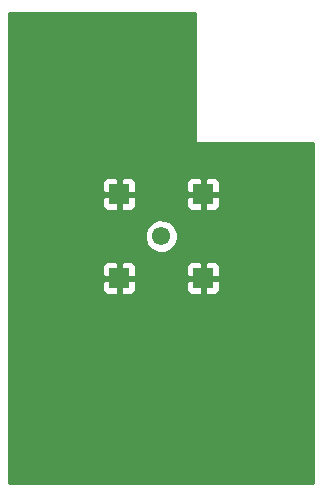
<source format=gbr>
G04 #@! TF.FileFunction,Copper,L2,Bot,Signal*
%FSLAX46Y46*%
G04 Gerber Fmt 4.6, Leading zero omitted, Abs format (unit mm)*
G04 Created by KiCad (PCBNEW 4.0.5) date 05/07/17 16:04:07*
%MOMM*%
%LPD*%
%LN915 Chip Antenna-B.Cu*%
%FSLAX25Y25*%
%MOIN*%
%AD*%
%AD*%
%ADD11C,0.039370079*%
%ADD12C,0.029559055*%
%ADD13R,0.065X0.065*%
%ADD14C,0.061023622*%
%ADD15C,0.01*%
G54D11*
%SRX1Y1I0.0J0.0*%
G1X574803Y-352457D3*
G54D12*
G1X576000Y-302000D3*
G1X571000Y-302000D3*
G54D11*
G1X613000Y-346000D3*
G1X606299Y-346457D3*
G1X582677Y-346457D3*
G1X598425Y-346457D3*
G1X590551Y-346457D3*
G1X574803Y-330709D3*
G1X574803Y-338583D3*
G1X574803Y-346457D3*
G1X574803Y-322835D3*
G1X574803Y-314961D3*
G1X570866Y-389764D3*
G1X562992Y-389764D3*
G1X582677Y-370079D3*
G1X582677Y-377953D3*
G1X551181Y-377953D3*
G1X551181Y-370079D3*
G1X551181Y-350394D3*
G1X559055Y-311024D3*
G1X559055Y-318898D3*
G1X559055Y-326772D3*
G1X559055Y-350394D3*
G1X559055Y-342520D3*
G1X559055Y-334646D3*
G1X559055Y-303150D3*
G1X543307Y-303150D3*
G1X551181Y-303150D3*
G1X535433Y-303150D3*
G1X527559Y-303150D3*
G1X614173Y-358268D3*
G1X614000Y-352000D3*
G1X614173Y-397638D3*
G1X614173Y-405512D3*
G1X614173Y-413386D3*
G1X614173Y-421260D3*
G1X614173Y-389764D3*
G1X614173Y-381890D3*
G1X614173Y-374016D3*
G1X614173Y-366142D3*
G1X614173Y-444882D3*
G1X614173Y-437008D3*
G1X614173Y-429134D3*
G1X614173Y-452756D3*
G1X598425Y-452756D3*
G1X606299Y-452756D3*
G1X590551Y-452756D3*
G1X582677Y-452756D3*
G1X551181Y-452756D3*
G1X559055Y-452756D3*
G1X574803Y-452756D3*
G1X566929Y-452756D3*
G1X535433Y-452756D3*
G1X543307Y-452756D3*
G1X527559Y-452756D3*
G1X519685Y-429134D3*
G1X519685Y-437008D3*
G1X519685Y-444882D3*
G1X519685Y-452756D3*
G1X519685Y-366142D3*
G1X519685Y-374016D3*
G1X519685Y-381890D3*
G1X519685Y-389764D3*
G1X519685Y-421260D3*
G1X519685Y-413386D3*
G1X519685Y-405512D3*
G1X519685Y-397638D3*
G1X519685Y-334646D3*
G1X519685Y-342520D3*
G1X519685Y-350394D3*
G1X519685Y-358268D3*
G1X519685Y-326772D3*
G1X519685Y-318898D3*
G1X519685Y-311024D3*
G54D13*
G1X580929Y-388016D3*
G1X552929Y-360016D3*
G1X552929Y-388016D3*
G1X580929Y-360016D3*
G54D14*
G1X566929Y-374016D3*
G54D11*
G1X519685Y-303150D3*
G54D12*
G1X565000Y-302000D3*
G54D15*
G36*
G1X516248Y-391141D2*
G1X516248Y-456193D1*
G1X617610Y-456193D1*
G1X617610Y-391141D1*
G1X586679Y-391141D1*
G1X586679Y-391763D1*
G1X586299Y-392682D1*
G1X585595Y-393385D1*
G1X584676Y-393766D1*
G1X582054Y-393766D1*
G1X581429Y-393141D1*
G1X581429Y-391141D1*
G1X580429Y-391141D1*
G1X580429Y-393141D1*
G1X579804Y-393766D1*
G1X577182Y-393766D1*
G1X576263Y-393385D1*
G1X575560Y-392682D1*
G1X575179Y-391763D1*
G1X575179Y-391141D1*
G1X558679Y-391141D1*
G1X558679Y-391763D1*
G1X558299Y-392682D1*
G1X557595Y-393385D1*
G1X556676Y-393766D1*
G1X554054Y-393766D1*
G1X553429Y-393141D1*
G1X553429Y-391141D1*
G1X552429Y-391141D1*
G1X552429Y-393141D1*
G1X551804Y-393766D1*
G1X549182Y-393766D1*
G1X548263Y-393385D1*
G1X547560Y-392682D1*
G1X547179Y-391763D1*
G1X547179Y-391141D1*
G1X516248Y-391141D1*
G37*
G36*
G1X516248Y-384891D2*
G1X516248Y-391141D1*
G1X547179Y-391141D1*
G1X547179Y-389141D1*
G1X547804Y-388516D1*
G1X552429Y-388516D1*
G1X552429Y-391141D1*
G1X553429Y-391141D1*
G1X553429Y-388516D1*
G1X558054Y-388516D1*
G1X558679Y-389141D1*
G1X558679Y-391141D1*
G1X575179Y-391141D1*
G1X575179Y-389141D1*
G1X575804Y-388516D1*
G1X580429Y-388516D1*
G1X580429Y-391141D1*
G1X581429Y-391141D1*
G1X581429Y-388516D1*
G1X586054Y-388516D1*
G1X586679Y-389141D1*
G1X586679Y-391141D1*
G1X617610Y-391141D1*
G1X617610Y-384891D1*
G1X586679Y-384891D1*
G1X586679Y-386891D1*
G1X586054Y-387516D1*
G1X581429Y-387516D1*
G1X581429Y-384891D1*
G1X580429Y-384891D1*
G1X580429Y-387516D1*
G1X575804Y-387516D1*
G1X575179Y-386891D1*
G1X575179Y-384891D1*
G1X558679Y-384891D1*
G1X558679Y-386891D1*
G1X558054Y-387516D1*
G1X553429Y-387516D1*
G1X553429Y-384891D1*
G1X552429Y-384891D1*
G1X552429Y-387516D1*
G1X547804Y-387516D1*
G1X547179Y-386891D1*
G1X547179Y-384891D1*
G1X516248Y-384891D1*
G37*
G36*
G1X516248Y-384891D2*
G1X547179Y-384891D1*
G1X547179Y-384268D1*
G1X547560Y-383350D1*
G1X548263Y-382646D1*
G1X549182Y-382266D1*
G1X551804Y-382266D1*
G1X552429Y-382891D1*
G1X552429Y-384891D1*
G1X553429Y-384891D1*
G1X553429Y-382891D1*
G1X554054Y-382266D1*
G1X556676Y-382266D1*
G1X557595Y-382646D1*
G1X558299Y-383350D1*
G1X558679Y-384268D1*
G1X558679Y-384891D1*
G1X575179Y-384891D1*
G1X575179Y-384268D1*
G1X575560Y-383350D1*
G1X576263Y-382646D1*
G1X577182Y-382266D1*
G1X579804Y-382266D1*
G1X580429Y-382891D1*
G1X580429Y-384891D1*
G1X581429Y-384891D1*
G1X581429Y-382891D1*
G1X582054Y-382266D1*
G1X584676Y-382266D1*
G1X585595Y-382646D1*
G1X586299Y-383350D1*
G1X586679Y-384268D1*
G1X586679Y-384891D1*
G1X617610Y-384891D1*
G1X617610Y-374016D1*
G1X572480Y-374016D1*
G1X572479Y-375125D1*
G1X571632Y-377164D1*
G1X570070Y-378725D1*
G1X568029Y-379568D1*
G1X565820Y-379566D1*
G1X563781Y-378719D1*
G1X562220Y-377156D1*
G1X561377Y-375115D1*
G1X561378Y-374016D1*
G1X516248Y-374016D1*
G1X516248Y-384891D1*
G37*
G36*
G1X516248Y-374016D2*
G1X561378Y-374016D1*
G1X561379Y-372907D1*
G1X562226Y-370867D1*
G1X563789Y-369307D1*
G1X565830Y-368464D1*
G1X568038Y-368466D1*
G1X570078Y-369312D1*
G1X571638Y-370875D1*
G1X572481Y-372916D1*
G1X572480Y-374016D1*
G1X617610Y-374016D1*
G1X617610Y-363141D1*
G1X586679Y-363141D1*
G1X586679Y-363763D1*
G1X586299Y-364682D1*
G1X585595Y-365385D1*
G1X584676Y-365766D1*
G1X582054Y-365766D1*
G1X581429Y-365141D1*
G1X581429Y-363141D1*
G1X580429Y-363141D1*
G1X580429Y-365141D1*
G1X579804Y-365766D1*
G1X577182Y-365766D1*
G1X576263Y-365385D1*
G1X575560Y-364682D1*
G1X575179Y-363763D1*
G1X575179Y-363141D1*
G1X558679Y-363141D1*
G1X558679Y-363763D1*
G1X558299Y-364682D1*
G1X557595Y-365385D1*
G1X556676Y-365766D1*
G1X554054Y-365766D1*
G1X553429Y-365141D1*
G1X553429Y-363141D1*
G1X552429Y-363141D1*
G1X552429Y-365141D1*
G1X551804Y-365766D1*
G1X549182Y-365766D1*
G1X548263Y-365385D1*
G1X547560Y-364682D1*
G1X547179Y-363763D1*
G1X547179Y-363141D1*
G1X516248Y-363141D1*
G1X516248Y-374016D1*
G37*
G36*
G1X516248Y-356891D2*
G1X516248Y-363141D1*
G1X547179Y-363141D1*
G1X547179Y-361141D1*
G1X547804Y-360516D1*
G1X552429Y-360516D1*
G1X552429Y-363141D1*
G1X553429Y-363141D1*
G1X553429Y-360516D1*
G1X558054Y-360516D1*
G1X558679Y-361141D1*
G1X558679Y-363141D1*
G1X575179Y-363141D1*
G1X575179Y-361141D1*
G1X575804Y-360516D1*
G1X580429Y-360516D1*
G1X580429Y-363141D1*
G1X581429Y-363141D1*
G1X581429Y-360516D1*
G1X586054Y-360516D1*
G1X586679Y-361141D1*
G1X586679Y-363141D1*
G1X617610Y-363141D1*
G1X617610Y-356891D1*
G1X586679Y-356891D1*
G1X586679Y-358891D1*
G1X586054Y-359516D1*
G1X581429Y-359516D1*
G1X581429Y-356891D1*
G1X580429Y-356891D1*
G1X580429Y-359516D1*
G1X575804Y-359516D1*
G1X575179Y-358891D1*
G1X575179Y-356891D1*
G1X558679Y-356891D1*
G1X558679Y-358891D1*
G1X558054Y-359516D1*
G1X553429Y-359516D1*
G1X553429Y-356891D1*
G1X552429Y-356891D1*
G1X552429Y-359516D1*
G1X547804Y-359516D1*
G1X547179Y-358891D1*
G1X547179Y-356891D1*
G1X516248Y-356891D1*
G37*
G36*
G1X516248Y-356891D2*
G1X547179Y-356891D1*
G1X547179Y-356268D1*
G1X547560Y-355350D1*
G1X548263Y-354646D1*
G1X549182Y-354266D1*
G1X551804Y-354266D1*
G1X552429Y-354891D1*
G1X552429Y-356891D1*
G1X553429Y-356891D1*
G1X553429Y-354891D1*
G1X554054Y-354266D1*
G1X556676Y-354266D1*
G1X557595Y-354646D1*
G1X558299Y-355350D1*
G1X558679Y-356268D1*
G1X558679Y-356891D1*
G1X575179Y-356891D1*
G1X575179Y-356268D1*
G1X575560Y-355350D1*
G1X576263Y-354646D1*
G1X577182Y-354266D1*
G1X579804Y-354266D1*
G1X580429Y-354891D1*
G1X580429Y-356891D1*
G1X581429Y-356891D1*
G1X581429Y-354891D1*
G1X582054Y-354266D1*
G1X584676Y-354266D1*
G1X585595Y-354646D1*
G1X586299Y-355350D1*
G1X586679Y-356268D1*
G1X586679Y-356891D1*
G1X617610Y-356891D1*
G1X617610Y-343020D1*
G1X578740Y-343020D1*
G1X578558Y-342986D1*
G1X578392Y-342878D1*
G1X578280Y-342714D1*
G1X578240Y-342520D1*
G1X578240Y-299713D1*
G1X516248Y-299713D1*
G1X516248Y-356891D1*
G37*
G1X578240Y-342520D2*
G1X578280Y-342714D1*
G1X578392Y-342878D1*
G1X578558Y-342986D1*
G1X578740Y-343020D1*
G1X617610Y-343020D1*
G1X617610Y-456193D1*
G1X516248Y-456193D1*
G1X516248Y-389141D1*
G1X547179Y-389141D1*
G1X547179Y-391763D1*
G1X547560Y-392682D1*
G1X548263Y-393385D1*
G1X549182Y-393766D1*
G1X551804Y-393766D1*
G1X552429Y-393141D1*
G1X552429Y-388516D1*
G1X553429Y-388516D1*
G1X553429Y-393141D1*
G1X554054Y-393766D1*
G1X556676Y-393766D1*
G1X557595Y-393385D1*
G1X558299Y-392682D1*
G1X558679Y-391763D1*
G1X558679Y-389141D1*
G1X575179Y-389141D1*
G1X575179Y-391763D1*
G1X575560Y-392682D1*
G1X576263Y-393385D1*
G1X577182Y-393766D1*
G1X579804Y-393766D1*
G1X580429Y-393141D1*
G1X580429Y-388516D1*
G1X581429Y-388516D1*
G1X581429Y-393141D1*
G1X582054Y-393766D1*
G1X584676Y-393766D1*
G1X585595Y-393385D1*
G1X586299Y-392682D1*
G1X586679Y-391763D1*
G1X586679Y-389141D1*
G1X586054Y-388516D1*
G1X581429Y-388516D1*
G1X580429Y-388516D1*
G1X575804Y-388516D1*
G1X575179Y-389141D1*
G1X558679Y-389141D1*
G1X558054Y-388516D1*
G1X553429Y-388516D1*
G1X552429Y-388516D1*
G1X547804Y-388516D1*
G1X547179Y-389141D1*
G1X516248Y-389141D1*
G1X516248Y-384268D1*
G1X547179Y-384268D1*
G1X547179Y-386891D1*
G1X547804Y-387516D1*
G1X552429Y-387516D1*
G1X552429Y-382891D1*
G1X553429Y-382891D1*
G1X553429Y-387516D1*
G1X558054Y-387516D1*
G1X558679Y-386891D1*
G1X558679Y-384268D1*
G1X575179Y-384268D1*
G1X575179Y-386891D1*
G1X575804Y-387516D1*
G1X580429Y-387516D1*
G1X580429Y-382891D1*
G1X581429Y-382891D1*
G1X581429Y-387516D1*
G1X586054Y-387516D1*
G1X586679Y-386891D1*
G1X586679Y-384268D1*
G1X586299Y-383350D1*
G1X585595Y-382646D1*
G1X584676Y-382266D1*
G1X582054Y-382266D1*
G1X581429Y-382891D1*
G1X580429Y-382891D1*
G1X579804Y-382266D1*
G1X577182Y-382266D1*
G1X576263Y-382646D1*
G1X575560Y-383350D1*
G1X575179Y-384268D1*
G1X558679Y-384268D1*
G1X558299Y-383350D1*
G1X557595Y-382646D1*
G1X556676Y-382266D1*
G1X554054Y-382266D1*
G1X553429Y-382891D1*
G1X552429Y-382891D1*
G1X551804Y-382266D1*
G1X549182Y-382266D1*
G1X548263Y-382646D1*
G1X547560Y-383350D1*
G1X547179Y-384268D1*
G1X516248Y-384268D1*
G1X516248Y-375115D1*
G1X561377Y-375115D1*
G1X562220Y-377156D1*
G1X563781Y-378719D1*
G1X565820Y-379566D1*
G1X568029Y-379568D1*
G1X570070Y-378725D1*
G1X571632Y-377164D1*
G1X572479Y-375125D1*
G1X572481Y-372916D1*
G1X571638Y-370875D1*
G1X570078Y-369312D1*
G1X568038Y-368466D1*
G1X565830Y-368464D1*
G1X563789Y-369307D1*
G1X562226Y-370867D1*
G1X561379Y-372907D1*
G1X561377Y-375115D1*
G1X516248Y-375115D1*
G1X516248Y-361141D1*
G1X547179Y-361141D1*
G1X547179Y-363763D1*
G1X547560Y-364682D1*
G1X548263Y-365385D1*
G1X549182Y-365766D1*
G1X551804Y-365766D1*
G1X552429Y-365141D1*
G1X552429Y-360516D1*
G1X553429Y-360516D1*
G1X553429Y-365141D1*
G1X554054Y-365766D1*
G1X556676Y-365766D1*
G1X557595Y-365385D1*
G1X558299Y-364682D1*
G1X558679Y-363763D1*
G1X558679Y-361141D1*
G1X575179Y-361141D1*
G1X575179Y-363763D1*
G1X575560Y-364682D1*
G1X576263Y-365385D1*
G1X577182Y-365766D1*
G1X579804Y-365766D1*
G1X580429Y-365141D1*
G1X580429Y-360516D1*
G1X581429Y-360516D1*
G1X581429Y-365141D1*
G1X582054Y-365766D1*
G1X584676Y-365766D1*
G1X585595Y-365385D1*
G1X586299Y-364682D1*
G1X586679Y-363763D1*
G1X586679Y-361141D1*
G1X586054Y-360516D1*
G1X581429Y-360516D1*
G1X580429Y-360516D1*
G1X575804Y-360516D1*
G1X575179Y-361141D1*
G1X558679Y-361141D1*
G1X558054Y-360516D1*
G1X553429Y-360516D1*
G1X552429Y-360516D1*
G1X547804Y-360516D1*
G1X547179Y-361141D1*
G1X516248Y-361141D1*
G1X516248Y-356268D1*
G1X547179Y-356268D1*
G1X547179Y-358891D1*
G1X547804Y-359516D1*
G1X552429Y-359516D1*
G1X552429Y-354891D1*
G1X553429Y-354891D1*
G1X553429Y-359516D1*
G1X558054Y-359516D1*
G1X558679Y-358891D1*
G1X558679Y-356268D1*
G1X575179Y-356268D1*
G1X575179Y-358891D1*
G1X575804Y-359516D1*
G1X580429Y-359516D1*
G1X580429Y-354891D1*
G1X581429Y-354891D1*
G1X581429Y-359516D1*
G1X586054Y-359516D1*
G1X586679Y-358891D1*
G1X586679Y-356268D1*
G1X586299Y-355350D1*
G1X585595Y-354646D1*
G1X584676Y-354266D1*
G1X582054Y-354266D1*
G1X581429Y-354891D1*
G1X580429Y-354891D1*
G1X579804Y-354266D1*
G1X577182Y-354266D1*
G1X576263Y-354646D1*
G1X575560Y-355350D1*
G1X575179Y-356268D1*
G1X558679Y-356268D1*
G1X558299Y-355350D1*
G1X557595Y-354646D1*
G1X556676Y-354266D1*
G1X554054Y-354266D1*
G1X553429Y-354891D1*
G1X552429Y-354891D1*
G1X551804Y-354266D1*
G1X549182Y-354266D1*
G1X548263Y-354646D1*
G1X547560Y-355350D1*
G1X547179Y-356268D1*
G1X516248Y-356268D1*
G1X516248Y-299713D1*
G1X578240Y-299713D1*
G1X578240Y-342520D1*
M2*

</source>
